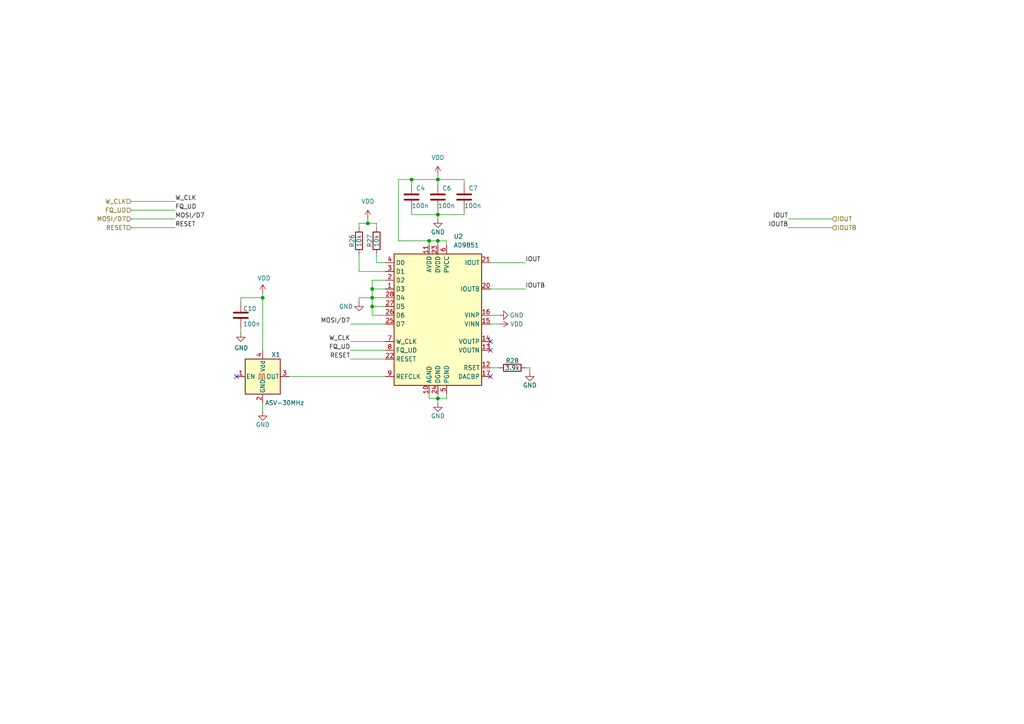
<source format=kicad_sch>
(kicad_sch (version 20230121) (generator eeschema)
  (paper "A4")
  (lib_symbols
    (symbol "Device:C" (pin_numbers hide) (pin_names (offset 0.254))
      (property "Reference" "C" (at 0.635 2.54 0))
      (property "Value" "C" (at 0.635 -2.54 0))
      (symbol "C_0_1"
        (polyline (pts (xy -2.032 -0.762) (xy 2.032 -0.762)) (stroke (width 0.508)))
        (polyline (pts (xy -2.032 0.762) (xy 2.032 0.762)) (stroke (width 0.508)))
      )
      (symbol "C_1_1"
        (pin passive line (at 0 3.81 270) (length 2.794) (name "~") (number "1"))
        (pin passive line (at 0 -3.81 90) (length 2.794) (name "~") (number "2"))
      )
    )
    (symbol "Device:R" (pin_numbers hide) (pin_names (offset 0))
      (property "Reference" "R" (at 2.032 0 90))
      (property "Value" "R" (at 0 0 90))
      (symbol "R_0_1"
        (rectangle (start -1.016 -2.54) (end 1.016 2.54) (stroke (width 0.254)))
      )
      (symbol "R_1_1"
        (pin passive line (at 0 3.81 270) (length 1.27) (name "~") (number "1"))
        (pin passive line (at 0 -3.81 90) (length 1.27) (name "~") (number "2"))
      )
    )
    (symbol "Interface:AD9851"
      (property "Reference" "U" (at -12.7 19.05 0))
      (property "Value" "AD9851" (at 12.7 19.05 0))
      (symbol "AD9851_0_1"
        (rectangle (start -12.7 17.78) (end 12.7 -20.32) (stroke (width 0.254)) (fill (type background)))
      )
      (symbol "AD9851_1_1"
        (pin input line (at -15.24 7.62 0) (length 2.54) (name "D3") (number "1"))
        (pin power_in line (at -2.54 -22.86 90) (length 2.54) (name "AGND") (number "10"))
        (pin power_in line (at -2.54 20.32 270) (length 2.54) (name "AVDD") (number "11"))
        (pin passive line (at 15.24 -15.24 180) (length 2.54) (name "RSET") (number "12"))
        (pin output line (at 15.24 -10.16 180) (length 2.54) (name "VOUTN") (number "13"))
        (pin output line (at 15.24 -7.62 180) (length 2.54) (name "VOUTP") (number "14"))
        (pin input line (at 15.24 -2.54 180) (length 2.54) (name "VINN") (number "15"))
        (pin input line (at 15.24 0 180) (length 2.54) (name "VINP") (number "16"))
        (pin passive line (at 15.24 -17.78 180) (length 2.54) (name "DACBP") (number "17"))
        (pin passive line (at -2.54 20.32 270) (length 2.54) hide (name "AVDD") (number "18"))
        (pin passive line (at -2.54 -22.86 90) (length 2.54) hide (name "AGND") (number "19"))
        (pin input line (at -15.24 10.16 0) (length 2.54) (name "D2") (number "2"))
        (pin output line (at 15.24 7.62 180) (length 2.54) (name "IOUTB") (number "20"))
        (pin output line (at 15.24 15.24 180) (length 2.54) (name "IOUT") (number "21"))
        (pin input line (at -15.24 -12.7 0) (length 2.54) (name "RESET") (number "22"))
        (pin power_in line (at 0 20.32 270) (length 2.54) (name "DVDD") (number "23"))
        (pin power_in line (at 0 -22.86 90) (length 2.54) (name "DGND") (number "24"))
        (pin input line (at -15.24 -2.54 0) (length 2.54) (name "D7") (number "25"))
        (pin input line (at -15.24 0 0) (length 2.54) (name "D6") (number "26"))
        (pin input line (at -15.24 2.54 0) (length 2.54) (name "D5") (number "27"))
        (pin input line (at -15.24 5.08 0) (length 2.54) (name "D4") (number "28"))
        (pin input line (at -15.24 12.7 0) (length 2.54) (name "D1") (number "3"))
        (pin input line (at -15.24 15.24 0) (length 2.54) (name "D0") (number "4"))
        (pin power_in line (at 2.54 -22.86 90) (length 2.54) (name "PGND") (number "5"))
        (pin power_in line (at 2.54 20.32 270) (length 2.54) (name "PVCC") (number "6"))
        (pin input line (at -15.24 -7.62 0) (length 2.54) (name "W_CLK") (number "7"))
        (pin input line (at -15.24 -10.16 0) (length 2.54) (name "FQ_UD") (number "8"))
        (pin input line (at -15.24 -17.78 0) (length 2.54) (name "REFCLK") (number "9"))
      )
    )
    (symbol "Oscillator:ASV-xxxMHz" (pin_names (offset 0.254))
      (property "Reference" "X" (at -5.08 6.35 0))
      (property "Value" "ASV-xxxMHz" (at 1.27 -6.35 0))
      (symbol "ASV-xxxMHz_0_1"
        (rectangle (start -5.08 5.08) (end 5.08 -5.08) (stroke (width 0.254)) (fill (type background)))
        (polyline (pts (xy -1.27 -0.762) (xy -1.016 -0.762) (xy -1.016 0.762) (xy -0.508 0.762) (xy -0.508 -0.762) (xy 0 -0.762) (xy 0 0.762) (xy 0.508 0.762) (xy 0.508 -0.762) (xy 0.762 -0.762)))
      )
      (symbol "ASV-xxxMHz_1_1"
        (pin input line (at -7.62 0 0) (length 2.54) (name "EN") (number "1"))
        (pin power_in line (at 0 -7.62 90) (length 2.54) (name "GND") (number "2"))
        (pin output line (at 7.62 0 180) (length 2.54) (name "OUT") (number "3"))
        (pin power_in line (at 0 7.62 270) (length 2.54) (name "Vdd") (number "4"))
      )
    )
    (symbol "power:GND" (power) (pin_names (offset 0))
      (property "Value" "GND" (at 0 -3.81 0))
      (symbol "GND_0_1"
        (polyline (pts (xy 0 0) (xy 0 -1.27) (xy 1.27 -1.27) (xy 0 -2.54) (xy -1.27 -1.27) (xy 0 -1.27)))
      )
      (symbol "GND_1_1"
        (pin power_in line (at 0 0 270) (length 0) hide (name "GND") (number "1"))
      )
    )
    (symbol "power:VDD" (power) (pin_names (offset 0))
      (property "Value" "VDD" (at 0 3.81 0))
      (symbol "VDD_0_1"
        (polyline (pts (xy -0.762 1.27) (xy 0 2.54)))
        (polyline (pts (xy 0 0) (xy 0 2.54)))
        (polyline (pts (xy 0 2.54) (xy 0.762 1.27)))
      )
      (symbol "VDD_1_1"
        (pin power_in line (at 0 0 90) (length 0) hide (name "VDD") (number "1"))
      )
    )
  )
  (junction (at 127 115.57))
  (junction (at 127 69.85))
  (junction (at 106.68 64.77))
  (junction (at 127 62.23))
  (junction (at 119.38 52.07))
  (junction (at 124.46 69.85))
  (junction (at 107.95 88.9))
  (junction (at 127 52.07))
  (junction (at 107.95 86.36))
  (junction (at 76.2 86.36))
  (junction (at 107.95 83.82))
  (no_connect (at 68.58 109.22))
  (no_connect (at 142.24 99.06))
  (no_connect (at 142.24 101.6))
  (no_connect (at 142.24 109.22))
  (wire (pts (xy 104.14 73.66) (xy 104.14 78.74)))
  (wire (pts (xy 134.62 62.23) (xy 127 62.23)))
  (wire (pts (xy 142.24 91.44) (xy 144.78 91.44)))
  (wire (pts (xy 83.82 109.22) (xy 111.76 109.22)))
  (wire (pts (xy 107.95 88.9) (xy 111.76 88.9)))
  (wire (pts (xy 104.14 66.04) (xy 104.14 64.77)))
  (wire (pts (xy 107.95 86.36) (xy 107.95 88.9)))
  (wire (pts (xy 107.95 83.82) (xy 107.95 86.36)))
  (wire (pts (xy 127 115.57) (xy 127 116.84)))
  (wire (pts (xy 127 52.07) (xy 127 50.8)))
  (wire (pts (xy 115.57 52.07) (xy 119.38 52.07)))
  (wire (pts (xy 107.95 91.44) (xy 111.76 91.44)))
  (wire (pts (xy 101.6 99.06) (xy 111.76 99.06)))
  (wire (pts (xy 104.14 64.77) (xy 106.68 64.77)))
  (wire (pts (xy 104.14 86.36) (xy 107.95 86.36)))
  (wire (pts (xy 129.54 69.85) (xy 127 69.85)))
  (wire (pts (xy 129.54 115.57) (xy 129.54 114.3)))
  (wire (pts (xy 142.24 76.2) (xy 152.4 76.2)))
  (wire (pts (xy 124.46 71.12) (xy 124.46 69.85)))
  (wire (pts (xy 152.4 106.68) (xy 153.67 106.68)))
  (wire (pts (xy 101.6 104.14) (xy 111.76 104.14)))
  (wire (pts (xy 101.6 93.98) (xy 111.76 93.98)))
  (wire (pts (xy 76.2 116.84) (xy 76.2 119.38)))
  (wire (pts (xy 134.62 52.07) (xy 134.62 53.34)))
  (wire (pts (xy 228.6 66.04) (xy 241.3 66.04)))
  (wire (pts (xy 153.67 106.68) (xy 153.67 107.95)))
  (wire (pts (xy 228.6 63.5) (xy 241.3 63.5)))
  (wire (pts (xy 38.1 58.42) (xy 50.8 58.42)))
  (wire (pts (xy 119.38 53.34) (xy 119.38 52.07)))
  (wire (pts (xy 107.95 88.9) (xy 107.95 91.44)))
  (wire (pts (xy 127 62.23) (xy 127 63.5)))
  (wire (pts (xy 104.14 78.74) (xy 111.76 78.74)))
  (wire (pts (xy 107.95 83.82) (xy 111.76 83.82)))
  (wire (pts (xy 134.62 60.96) (xy 134.62 62.23)))
  (wire (pts (xy 127 71.12) (xy 127 69.85)))
  (wire (pts (xy 127 52.07) (xy 134.62 52.07)))
  (wire (pts (xy 101.6 101.6) (xy 111.76 101.6)))
  (wire (pts (xy 69.85 86.36) (xy 76.2 86.36)))
  (wire (pts (xy 38.1 60.96) (xy 50.8 60.96)))
  (wire (pts (xy 127 114.3) (xy 127 115.57)))
  (wire (pts (xy 142.24 83.82) (xy 152.4 83.82)))
  (wire (pts (xy 127 69.85) (xy 124.46 69.85)))
  (wire (pts (xy 119.38 52.07) (xy 127 52.07)))
  (wire (pts (xy 69.85 95.25) (xy 69.85 96.52)))
  (wire (pts (xy 109.22 64.77) (xy 109.22 66.04)))
  (wire (pts (xy 76.2 86.36) (xy 76.2 101.6)))
  (wire (pts (xy 107.95 86.36) (xy 111.76 86.36)))
  (wire (pts (xy 127 60.96) (xy 127 62.23)))
  (wire (pts (xy 127 52.07) (xy 127 53.34)))
  (wire (pts (xy 38.1 66.04) (xy 50.8 66.04)))
  (wire (pts (xy 104.14 86.36) (xy 104.14 87.63)))
  (wire (pts (xy 107.95 81.28) (xy 107.95 83.82)))
  (wire (pts (xy 124.46 114.3) (xy 124.46 115.57)))
  (wire (pts (xy 69.85 87.63) (xy 69.85 86.36)))
  (wire (pts (xy 127 115.57) (xy 129.54 115.57)))
  (wire (pts (xy 109.22 73.66) (xy 109.22 76.2)))
  (wire (pts (xy 142.24 106.68) (xy 144.78 106.68)))
  (wire (pts (xy 119.38 60.96) (xy 119.38 62.23)))
  (wire (pts (xy 115.57 69.85) (xy 115.57 52.07)))
  (wire (pts (xy 124.46 69.85) (xy 115.57 69.85)))
  (wire (pts (xy 124.46 115.57) (xy 127 115.57)))
  (wire (pts (xy 142.24 93.98) (xy 144.78 93.98)))
  (wire (pts (xy 119.38 62.23) (xy 127 62.23)))
  (wire (pts (xy 106.68 64.77) (xy 106.68 63.5)))
  (wire (pts (xy 76.2 85.09) (xy 76.2 86.36)))
  (wire (pts (xy 129.54 71.12) (xy 129.54 69.85)))
  (wire (pts (xy 109.22 76.2) (xy 111.76 76.2)))
  (wire (pts (xy 111.76 81.28) (xy 107.95 81.28)))
  (wire (pts (xy 38.1 63.5) (xy 50.8 63.5)))
  (wire (pts (xy 106.68 64.77) (xy 109.22 64.77)))
  (label "IOUT" (at 152.4 76.2 0))
  (label "IOUTB" (at 152.4 83.82 0))
  (label "IOUT" (at 228.6 63.5 180))
  (label "RESET" (at 50.8 66.04 0))
  (label "W_CLK" (at 101.6 99.06 180))
  (label "FQ_UD" (at 101.6 101.6 180))
  (label "MOSI{slash}D7" (at 101.6 93.98 180))
  (label "RESET" (at 101.6 104.14 180))
  (label "IOUTB" (at 228.6 66.04 180))
  (label "MOSI{slash}D7" (at 50.8 63.5 0))
  (label "W_CLK" (at 50.8 58.42 0))
  (label "FQ_UD" (at 50.8 60.96 0))
  (hierarchical_label "IOUTB" (shape input) (at 241.3 66.04 0))
  (hierarchical_label "RESET" (shape input) (at 38.1 66.04 180))
  (hierarchical_label "W_CLK" (shape input) (at 38.1 58.42 180))
  (hierarchical_label "FQ_UD" (shape input) (at 38.1 60.96 180))
  (hierarchical_label "IOUT" (shape input) (at 241.3 63.5 0))
  (hierarchical_label "MOSI{slash}D7" (shape input) (at 38.1 63.5 180))
  (symbol (lib_id "Device:C") (at 127 57.15 0) (unit 1)
    (property "Reference" "C6" (at 128.27 54.61 0) (effects (justify left)))
    (property "Value" "100n" (at 127 59.69 0) (effects (justify left)))
    (property "Footprint" "Capacitor_SMD:C_0603_1608Metric_Pad1.08x0.95mm_HandSolder" (effects hide))
  )
  (symbol (lib_id "power:VDD") (at 76.2 85.09 0) (unit 1)
    (property "Reference" "#PWR0113" (effects hide))
    (property "Value" "VDD" (at 76.581 80.6958 0))
  )
  (symbol (lib_id "power:GND") (at 144.78 91.44 90) (unit 1)
    (property "Reference" "#PWR0117" (effects hide))
    (property "Value" "GND" (at 149.86 91.44 90))
  )
  (symbol (lib_id "Device:C") (at 69.85 91.44 180) (unit 1)
    (property "Reference" "C10" (at 70.485 89.535 0) (effects (justify right)))
    (property "Value" "100n" (at 70.485 93.98 0) (effects (justify right)))
    (property "Footprint" "Capacitor_SMD:C_0603_1608Metric_Pad1.08x0.95mm_HandSolder" (effects hide))
  )
  (symbol (lib_id "power:GND") (at 127 63.5 0) (unit 1)
    (property "Reference" "#PWR0116" (effects hide))
    (property "Value" "GND" (at 127 67.31 0))
  )
  (symbol (lib_id "power:GND") (at 69.85 96.52 0) (unit 1)
    (property "Reference" "#PWR0108" (effects hide))
    (property "Value" "GND" (at 69.977 100.9142 0))
  )
  (symbol (lib_id "power:VDD") (at 144.78 93.98 270) (unit 1)
    (property "Reference" "#PWR0118" (effects hide))
    (property "Value" "VDD" (at 149.86 93.98 90))
  )
  (symbol (lib_id "Device:R") (at 109.22 69.85 180) (unit 1)
    (property "Reference" "R27" (at 107.188 69.85 90))
    (property "Value" "10k" (at 109.22 69.85 90))
    (property "Footprint" "Resistor_SMD:R_0603_1608Metric_Pad0.98x0.95mm_HandSolder" (effects hide))
  )
  (symbol (lib_id "power:VDD") (at 106.68 63.5 0) (unit 1)
    (property "Reference" "#PWR0119" (effects hide))
    (property "Value" "VDD" (at 106.68 58.42 0))
  )
  (symbol (lib_id "power:GND") (at 127 116.84 0) (unit 1)
    (property "Reference" "#PWR0114" (effects hide))
    (property "Value" "GND" (at 127 120.65 0))
  )
  (symbol (lib_id "Device:R") (at 104.14 69.85 180) (unit 1)
    (property "Reference" "R26" (at 102.108 69.85 90))
    (property "Value" "10k" (at 104.14 69.85 90))
    (property "Footprint" "Resistor_SMD:R_0603_1608Metric_Pad0.98x0.95mm_HandSolder" (effects hide))
  )
  (symbol (lib_id "power:GND") (at 153.67 107.95 0) (unit 1)
    (property "Reference" "#PWR0115" (effects hide))
    (property "Value" "GND" (at 153.67 111.76 0))
  )
  (symbol (lib_id "Device:C") (at 119.38 57.15 0) (unit 1)
    (property "Reference" "C4" (at 120.65 54.61 0) (effects (justify left)))
    (property "Value" "100n" (at 119.38 59.69 0) (effects (justify left)))
    (property "Footprint" "Capacitor_SMD:C_0603_1608Metric_Pad1.08x0.95mm_HandSolder" (effects hide))
  )
  (symbol (lib_id "power:GND") (at 104.14 87.63 0) (unit 1)
    (property "Reference" "#PWR0112" (effects hide))
    (property "Value" "GND" (at 100.33 88.9 0))
  )
  (symbol (lib_id "power:VDD") (at 127 50.8 0) (unit 1)
    (property "Reference" "#PWR0120" (effects hide))
    (property "Value" "VDD" (at 127 45.72 0))
  )
  (symbol (lib_id "Interface:AD9851") (at 127 91.44 0) (unit 1)
    (property "Reference" "U2" (at 131.5594 68.58 0) (effects (justify left)))
    (property "Value" "AD9851" (at 131.5594 71.12 0) (effects (justify left)))
    (property "Footprint" "Package_SO:SSOP-28_5.3x10.2mm_P0.65mm" (effects hide))
    (property "Datasheet" "https://www.analog.com/media/en/technical-documentation/data-sheets/AD9851.pdf" (effects hide))
  )
  (symbol (lib_id "Device:R") (at 148.59 106.68 90) (unit 1)
    (property "Reference" "R28" (at 148.59 104.648 90))
    (property "Value" "3.9k" (at 148.59 106.68 90))
    (property "Footprint" "Resistor_SMD:R_0603_1608Metric_Pad0.98x0.95mm_HandSolder" (effects hide))
  )
  (symbol (lib_id "power:GND") (at 76.2 119.38 0) (unit 1)
    (property "Reference" "#PWR0109" (effects hide))
    (property "Value" "GND" (at 76.2 123.19 0))
  )
  (symbol (lib_id "Oscillator:ASV-xxxMHz") (at 76.2 109.22 0) (unit 1)
    (property "Reference" "X1" (at 80.01 102.87 0))
    (property "Value" "ASV-30MHz" (at 82.55 116.84 0))
    (property "Footprint" "Oscillator:Oscillator_SMD_Abracon_ASV-4Pin_7.0x5.1mm" (effects hide))
    (property "Datasheet" "http://www.abracon.com/Oscillators/ASV.pdf" (effects hide))
  )
  (symbol (lib_id "Device:C") (at 134.62 57.15 0) (unit 1)
    (property "Reference" "C7" (at 135.89 54.61 0) (effects (justify left)))
    (property "Value" "100n" (at 134.62 59.69 0) (effects (justify left)))
    (property "Footprint" "Capacitor_SMD:C_0603_1608Metric_Pad1.08x0.95mm_HandSolder" (effects hide))
  )
)
</source>
